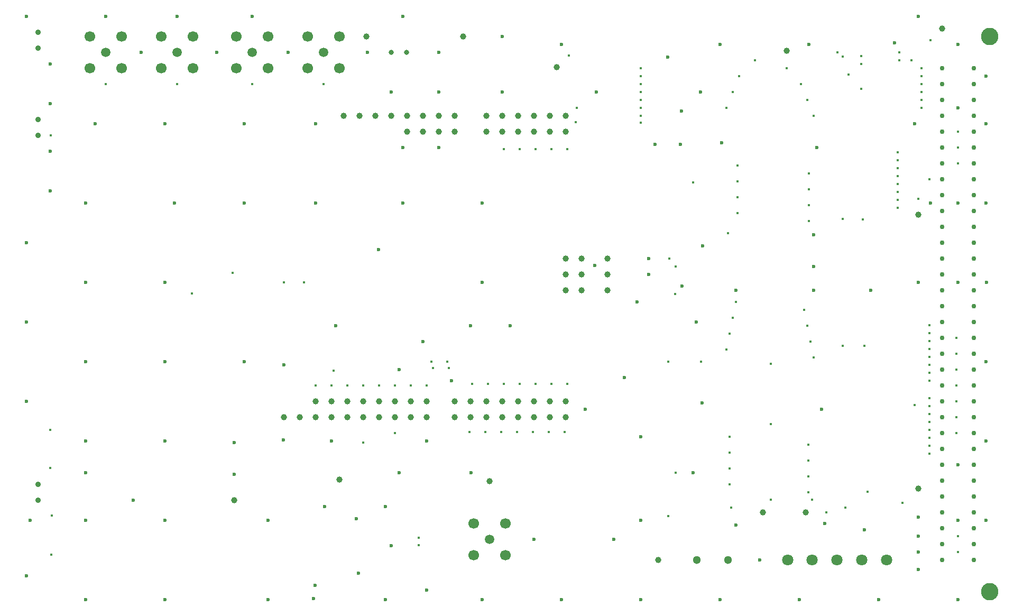
<source format=gbr>
%TF.GenerationSoftware,KiCad,Pcbnew,5.1.10-88a1d61d58~88~ubuntu18.04.1*%
%TF.CreationDate,2022-02-07T17:49:47+01:00*%
%TF.ProjectId,FPGA_buffer_board,46504741-5f62-4756-9666-65725f626f61,v1.4*%
%TF.SameCoordinates,Original*%
%TF.FileFunction,Plated,1,2,PTH,Drill*%
%TF.FilePolarity,Positive*%
%FSLAX46Y46*%
G04 Gerber Fmt 4.6, Leading zero omitted, Abs format (unit mm)*
G04 Created by KiCad (PCBNEW 5.1.10-88a1d61d58~88~ubuntu18.04.1) date 2022-02-07 17:49:47*
%MOMM*%
%LPD*%
G01*
G04 APERTURE LIST*
%TA.AperFunction,ViaDrill*%
%ADD10C,0.400000*%
%TD*%
%TA.AperFunction,ViaDrill*%
%ADD11C,0.600000*%
%TD*%
%TA.AperFunction,ComponentDrill*%
%ADD12C,0.762000*%
%TD*%
%TA.AperFunction,ComponentDrill*%
%ADD13C,0.800000*%
%TD*%
%TA.AperFunction,ComponentDrill*%
%ADD14C,0.900000*%
%TD*%
%TA.AperFunction,ComponentDrill*%
%ADD15C,1.000000*%
%TD*%
%TA.AperFunction,ComponentDrill*%
%ADD16C,1.300000*%
%TD*%
%TA.AperFunction,ComponentDrill*%
%ADD17C,1.500000*%
%TD*%
%TA.AperFunction,ComponentDrill*%
%ADD18C,1.700000*%
%TD*%
%TA.AperFunction,ComponentDrill*%
%ADD19C,1.800000*%
%TD*%
%TA.AperFunction,ComponentDrill*%
%ADD20C,2.800000*%
%TD*%
G04 APERTURE END LIST*
D10*
X95885000Y-118872000D03*
X95948500Y-125031500D03*
X96012000Y-71755000D03*
X96075501Y-138874501D03*
X96139000Y-132588000D03*
X104775000Y-63500000D03*
X116205000Y-63500000D03*
X118618000Y-97028000D03*
X125095000Y-93726000D03*
X128270000Y-63500000D03*
X133350000Y-95250000D03*
X136525000Y-95250000D03*
X138430000Y-111760000D03*
X139700000Y-63500000D03*
X140970000Y-111760000D03*
X141292500Y-109405500D03*
X143510000Y-111760000D03*
X146050000Y-111760000D03*
X146050000Y-120904000D03*
X148590000Y-111760000D03*
X151130000Y-111760000D03*
X151130000Y-119380000D03*
X153670000Y-111760000D03*
X154940000Y-136144000D03*
X154940000Y-137313000D03*
X156210000Y-111760000D03*
X156985000Y-107950000D03*
X157226000Y-108966000D03*
X159512000Y-107950000D03*
X159766000Y-108950003D03*
X163068000Y-119253000D03*
X163449000Y-111506000D03*
X165608000Y-119253000D03*
X165989000Y-111506000D03*
X168148000Y-119253000D03*
X168529000Y-73914000D03*
X168529000Y-111506000D03*
X170688000Y-119253000D03*
X171069000Y-73914000D03*
X171069000Y-111506000D03*
X173228000Y-119253000D03*
X173609000Y-73914000D03*
X173609000Y-111506000D03*
X175768000Y-119253000D03*
X176149000Y-73914000D03*
X176149000Y-111506000D03*
X178308000Y-119253000D03*
X178689000Y-73914000D03*
X178689000Y-111506000D03*
X178943000Y-58928000D03*
X180086000Y-69596000D03*
X180213000Y-67310000D03*
X190500000Y-60960000D03*
X190500000Y-62230000D03*
X190500000Y-63500000D03*
X190500000Y-64770000D03*
X190500000Y-66040000D03*
X190500000Y-67310000D03*
X190500000Y-68580000D03*
X190500000Y-69723000D03*
X194926001Y-107968999D03*
X194926001Y-132733999D03*
X195072000Y-91440000D03*
X195961000Y-97155000D03*
X196088000Y-92710000D03*
X196088000Y-125730000D03*
X198882000Y-79248000D03*
X200152000Y-107950000D03*
X204216000Y-67310000D03*
X204216000Y-106045000D03*
X204470000Y-87406837D03*
X204724000Y-103505000D03*
X204724000Y-120015000D03*
X204724000Y-122555000D03*
X204724000Y-125095000D03*
X204724000Y-127635000D03*
X204978000Y-131318000D03*
X205232000Y-64770000D03*
X205232000Y-100965000D03*
X205740000Y-98425000D03*
X205994000Y-76581000D03*
X205994000Y-79121000D03*
X205994000Y-81661000D03*
X205994000Y-84201000D03*
X206248000Y-62230000D03*
X208788000Y-59690000D03*
X211328000Y-108331000D03*
X211328000Y-117983000D03*
X211328000Y-130048000D03*
X213868000Y-60960000D03*
X216154000Y-63500000D03*
X216662000Y-99695000D03*
X217170000Y-66040000D03*
X217170000Y-102235000D03*
X217297000Y-121285000D03*
X217297000Y-123825000D03*
X217297000Y-126365000D03*
X217297000Y-128905000D03*
X217424000Y-77851000D03*
X217424000Y-80391000D03*
X217424000Y-82931000D03*
X217424000Y-85471000D03*
X217678000Y-104775000D03*
X217932000Y-130048000D03*
X218186000Y-68580000D03*
X218186000Y-107315000D03*
X220218000Y-132080000D03*
X221996000Y-58420000D03*
X222821001Y-59118001D03*
X222821001Y-85153001D03*
X222821001Y-105473999D03*
X223266000Y-131318000D03*
X223774000Y-61976000D03*
X225806000Y-59055000D03*
X225806000Y-60325000D03*
X225806000Y-64262000D03*
X226060000Y-85209998D03*
X226314000Y-105410000D03*
X226822000Y-128778000D03*
X231648000Y-74422000D03*
X231648000Y-75692000D03*
X231648000Y-76962000D03*
X231648000Y-78232000D03*
X231648000Y-79502000D03*
X231648000Y-80772000D03*
X231648000Y-82042000D03*
X231648000Y-83312000D03*
X231902000Y-58420000D03*
X231902000Y-59690000D03*
X232410000Y-130556000D03*
X233807000Y-59690000D03*
X234315000Y-114935000D03*
X234950000Y-81915000D03*
X235417992Y-61000008D03*
X235458000Y-62230000D03*
X235458000Y-63500000D03*
X235458000Y-64770000D03*
X235458000Y-66040000D03*
X235458000Y-67310000D03*
X236728000Y-78740000D03*
X236728000Y-102108000D03*
X236728000Y-103378000D03*
X236728000Y-104648000D03*
X236728000Y-105918000D03*
X236728000Y-107188000D03*
X236728000Y-108458000D03*
X236728000Y-109728000D03*
X236728000Y-110998000D03*
X236728000Y-113792000D03*
X236728000Y-115062000D03*
X236728000Y-116332000D03*
X236728000Y-117602000D03*
X236728000Y-118872000D03*
X236728000Y-120142000D03*
X236728000Y-121412000D03*
X236728000Y-122682000D03*
X236855000Y-56515000D03*
X241046000Y-104140000D03*
X241046000Y-106680000D03*
X241046000Y-109220000D03*
X241046000Y-111760000D03*
X241046000Y-114300000D03*
X241046000Y-116840000D03*
X241046000Y-119380000D03*
X241300000Y-71120000D03*
X241300000Y-73660000D03*
X241300000Y-76200000D03*
X241300000Y-135890000D03*
X241300000Y-138430000D03*
D11*
X92075000Y-52705000D03*
X92075000Y-88900000D03*
X92075000Y-101600000D03*
X92075000Y-114300000D03*
X92075000Y-142240000D03*
X92710000Y-133350000D03*
X95885000Y-60325000D03*
X95885000Y-66675000D03*
X95885000Y-74295000D03*
X95885000Y-80645000D03*
X101600000Y-82550000D03*
X101600000Y-95250000D03*
X101600000Y-107950000D03*
X101600000Y-120650000D03*
X101600000Y-125730000D03*
X101600000Y-133350000D03*
X101600000Y-146050000D03*
X103124000Y-69850000D03*
X104775000Y-52705000D03*
X109220000Y-130175000D03*
X110490000Y-58420000D03*
X114300000Y-69850000D03*
X114300000Y-95250000D03*
X114300000Y-107950000D03*
X114300000Y-120650000D03*
X114300000Y-133350000D03*
X114300000Y-146050000D03*
X115824000Y-82550000D03*
X116205000Y-52705000D03*
X122555000Y-58420000D03*
X125349000Y-120904000D03*
X125349000Y-125984000D03*
X127000000Y-69850000D03*
X127000000Y-82550000D03*
X127000000Y-107950000D03*
X128270000Y-52705000D03*
X130810000Y-133350000D03*
X130810000Y-146050000D03*
X133223000Y-120523000D03*
X133350000Y-108458000D03*
X133985000Y-58420000D03*
X138049000Y-145923000D03*
X138303000Y-143764000D03*
X138430000Y-69850000D03*
X138430000Y-82550000D03*
X139827000Y-131191000D03*
X140970000Y-120650000D03*
X141605000Y-102235000D03*
X144917500Y-133106500D03*
X145288000Y-141859000D03*
X146685000Y-58420000D03*
X148459999Y-90039999D03*
X149606000Y-131191000D03*
X149606000Y-146050000D03*
X150495000Y-64770000D03*
X150495000Y-137414000D03*
X151765000Y-109220000D03*
X151765000Y-125730000D03*
X152400000Y-52705000D03*
X152400000Y-73660000D03*
X152400000Y-82550000D03*
X155575000Y-104775000D03*
X156210000Y-120650000D03*
X156210000Y-144526000D03*
X158115000Y-58420000D03*
X158115000Y-64770000D03*
X158115000Y-73660000D03*
X160147000Y-110998000D03*
X163195000Y-102235000D03*
X163322000Y-125730000D03*
X165100000Y-82550000D03*
X165100000Y-95250000D03*
X165100000Y-146050000D03*
X168275000Y-55880000D03*
X168275000Y-64770000D03*
X169545000Y-102235000D03*
X173355000Y-136398000D03*
X177800000Y-57150000D03*
X177800000Y-146050000D03*
X181610000Y-115570000D03*
X183134000Y-92583000D03*
X183388000Y-64770000D03*
X186182000Y-136398000D03*
X187833000Y-110490000D03*
X189865000Y-98425000D03*
X190500000Y-120015000D03*
X190500000Y-133350000D03*
X190500000Y-146050000D03*
X191770000Y-91440000D03*
X191770000Y-93980000D03*
X192786000Y-73152000D03*
X194818000Y-59182000D03*
X196850000Y-73152000D03*
X196977000Y-67818000D03*
X197104000Y-95885000D03*
X198882000Y-125730000D03*
X199390000Y-101600000D03*
X200025000Y-64770000D03*
X200279000Y-114554000D03*
X200406000Y-89408000D03*
X203200000Y-57150000D03*
X203200000Y-146050000D03*
X203454000Y-72898000D03*
X205740000Y-96520000D03*
X205740000Y-134112000D03*
X209550000Y-139700000D03*
X215900000Y-146050000D03*
X217424000Y-57150000D03*
X218186000Y-87630000D03*
X218186000Y-92710000D03*
X218186000Y-96520000D03*
X218694000Y-73660000D03*
X219456000Y-115570000D03*
X219964000Y-133858000D03*
X226314000Y-134874000D03*
X227330000Y-96520000D03*
X228600000Y-146050000D03*
X231140000Y-56896000D03*
X234315000Y-69850000D03*
X234950000Y-52705000D03*
X234950000Y-95250000D03*
X234950000Y-132842000D03*
X234950000Y-135890000D03*
X234950000Y-138430000D03*
X234950000Y-141224000D03*
X236855000Y-82550000D03*
X241300000Y-57150000D03*
X241300000Y-67310000D03*
X241300000Y-82550000D03*
X241300000Y-95250000D03*
X241300000Y-124460000D03*
X241300000Y-133350000D03*
X241300000Y-146050000D03*
X245745000Y-62230000D03*
X245745000Y-69850000D03*
X245745000Y-82550000D03*
X245745000Y-107950000D03*
X245745000Y-120650000D03*
X245745000Y-133350000D03*
X245872000Y-95250000D03*
D12*
%TO.C,J14*%
X238760000Y-60960000D03*
X238760000Y-63500000D03*
X238760000Y-66040000D03*
X238760000Y-68580000D03*
X238760000Y-71120000D03*
X238760000Y-73660000D03*
X238760000Y-76200000D03*
X238760000Y-78740000D03*
X238760000Y-81280000D03*
X238760000Y-83820000D03*
X238760000Y-86360000D03*
X238760000Y-88900000D03*
X238760000Y-91440000D03*
X238760000Y-93980000D03*
X238760000Y-96520000D03*
X238760000Y-99060000D03*
X238760000Y-101600000D03*
X238760000Y-104140000D03*
X238760000Y-106680000D03*
X238760000Y-109220000D03*
X238760000Y-111760000D03*
X238760000Y-114300000D03*
X238760000Y-116840000D03*
X238760000Y-119380000D03*
X238760000Y-121920000D03*
X238760000Y-124460000D03*
X238760000Y-127000000D03*
X238760000Y-129540000D03*
X238760000Y-132080000D03*
X238760000Y-134620000D03*
X238760000Y-137160000D03*
X238760000Y-139700000D03*
X243840000Y-60960000D03*
X243840000Y-63500000D03*
X243840000Y-66040000D03*
X243840000Y-68580000D03*
X243840000Y-71120000D03*
X243840000Y-73660000D03*
X243840000Y-76200000D03*
X243840000Y-78740000D03*
X243840000Y-81280000D03*
X243840000Y-83820000D03*
X243840000Y-86360000D03*
X243840000Y-88900000D03*
X243840000Y-91440000D03*
X243840000Y-93980000D03*
X243840000Y-96520000D03*
X243840000Y-99060000D03*
X243840000Y-101600000D03*
X243840000Y-104140000D03*
X243840000Y-106680000D03*
X243840000Y-109220000D03*
X243840000Y-111760000D03*
X243840000Y-114300000D03*
X243840000Y-116840000D03*
X243840000Y-119380000D03*
X243840000Y-121920000D03*
X243840000Y-124460000D03*
X243840000Y-127000000D03*
X243840000Y-129540000D03*
X243840000Y-132080000D03*
X243840000Y-134620000D03*
X243840000Y-137160000D03*
X243840000Y-139700000D03*
D13*
%TO.C,C1*%
X150495000Y-58420000D03*
X152995000Y-58420000D03*
D14*
%TO.C,D1*%
X93980000Y-55245000D03*
X93980000Y-57785000D03*
%TO.C,D2*%
X93980000Y-69215000D03*
X93980000Y-71755000D03*
%TO.C,D3*%
X93980000Y-127635000D03*
X93980000Y-130175000D03*
D15*
%TO.C,TP4*%
X125349000Y-130175000D03*
%TO.C,J3*%
X133350000Y-116840000D03*
X135890000Y-116840000D03*
%TO.C,J4*%
X138430000Y-114300000D03*
X138430000Y-116840000D03*
X140970000Y-114300000D03*
X140970000Y-116840000D03*
%TO.C,TP13*%
X142240000Y-126873000D03*
%TO.C,J5*%
X142875000Y-68580000D03*
%TO.C,J4*%
X143510000Y-114300000D03*
X143510000Y-116840000D03*
%TO.C,J5*%
X145415000Y-68580000D03*
%TO.C,J4*%
X146050000Y-114300000D03*
X146050000Y-116840000D03*
%TO.C,TP2*%
X146558000Y-55880000D03*
%TO.C,J5*%
X147955000Y-68580000D03*
%TO.C,J4*%
X148590000Y-114300000D03*
X148590000Y-116840000D03*
%TO.C,J5*%
X150495000Y-68580000D03*
%TO.C,J4*%
X151130000Y-114300000D03*
X151130000Y-116840000D03*
%TO.C,J5*%
X153035000Y-68580000D03*
%TO.C,J6*%
X153035000Y-71120000D03*
%TO.C,J4*%
X153670000Y-114300000D03*
X153670000Y-116840000D03*
%TO.C,J5*%
X155575000Y-68580000D03*
%TO.C,J6*%
X155575000Y-71120000D03*
%TO.C,J4*%
X156210000Y-114300000D03*
X156210000Y-116840000D03*
%TO.C,J5*%
X158115000Y-68580000D03*
%TO.C,J6*%
X158115000Y-71120000D03*
%TO.C,J5*%
X160655000Y-68580000D03*
%TO.C,J6*%
X160655000Y-71120000D03*
%TO.C,J8*%
X160655000Y-114300000D03*
X160655000Y-116840000D03*
%TO.C,TP5*%
X162052000Y-55880000D03*
%TO.C,J8*%
X163195000Y-114300000D03*
X163195000Y-116840000D03*
%TO.C,J9*%
X165735000Y-68580000D03*
X165735000Y-71120000D03*
%TO.C,J8*%
X165735000Y-114300000D03*
X165735000Y-116840000D03*
%TO.C,TP3*%
X166243000Y-127127000D03*
%TO.C,J9*%
X168275000Y-68580000D03*
X168275000Y-71120000D03*
%TO.C,J8*%
X168275000Y-114300000D03*
X168275000Y-116840000D03*
%TO.C,J9*%
X170815000Y-68580000D03*
X170815000Y-71120000D03*
%TO.C,J8*%
X170815000Y-114300000D03*
X170815000Y-116840000D03*
%TO.C,J9*%
X173355000Y-68580000D03*
X173355000Y-71120000D03*
%TO.C,J8*%
X173355000Y-114300000D03*
X173355000Y-116840000D03*
%TO.C,J9*%
X175895000Y-68580000D03*
X175895000Y-71120000D03*
%TO.C,J8*%
X175895000Y-114300000D03*
X175895000Y-116840000D03*
%TO.C,TP10*%
X177038000Y-60833000D03*
%TO.C,J9*%
X178435000Y-68580000D03*
X178435000Y-71120000D03*
%TO.C,J7*%
X178435000Y-91440000D03*
X178435000Y-93980000D03*
X178435000Y-96520000D03*
%TO.C,J8*%
X178435000Y-114300000D03*
X178435000Y-116840000D03*
%TO.C,J7*%
X180975000Y-91440000D03*
X180975000Y-93980000D03*
X180975000Y-96520000D03*
%TO.C,J12*%
X185166000Y-91440000D03*
X185166000Y-93980000D03*
X185166000Y-96520000D03*
%TO.C,TP1*%
X193294000Y-139700000D03*
%TO.C,TP12*%
X210058000Y-132080000D03*
%TO.C,TP11*%
X213868000Y-58166000D03*
%TO.C,TP9*%
X216916000Y-132080000D03*
%TO.C,TP7*%
X234950000Y-84455000D03*
%TO.C,TP8*%
X234950000Y-128270000D03*
%TO.C,TP6*%
X238760000Y-54610000D03*
D16*
%TO.C,J1*%
X199470000Y-139700000D03*
X204470000Y-139700000D03*
D17*
%TO.C,J19*%
X104775000Y-58420000D03*
%TO.C,J20*%
X116205000Y-58420000D03*
%TO.C,J17*%
X128270000Y-58420000D03*
%TO.C,J16*%
X139700000Y-58420000D03*
%TO.C,J24*%
X166243000Y-136398000D03*
D18*
%TO.C,J19*%
X102235000Y-55880000D03*
X102235000Y-60960000D03*
X107315000Y-55880000D03*
X107315000Y-60960000D03*
%TO.C,J20*%
X113665000Y-55880000D03*
X113665000Y-60960000D03*
X118745000Y-55880000D03*
X118745000Y-60960000D03*
%TO.C,J17*%
X125730000Y-55880000D03*
X125730000Y-60960000D03*
X130810000Y-55880000D03*
X130810000Y-60960000D03*
%TO.C,J16*%
X137160000Y-55880000D03*
X137160000Y-60960000D03*
X142240000Y-55880000D03*
X142240000Y-60960000D03*
%TO.C,J24*%
X163703000Y-133858000D03*
X163703000Y-138938000D03*
X168783000Y-133858000D03*
X168783000Y-138938000D03*
D19*
%TO.C,J2*%
X213995000Y-139700000D03*
X217955000Y-139700000D03*
X221915000Y-139700000D03*
X225875000Y-139700000D03*
X229835000Y-139700000D03*
D20*
%TO.C,J14*%
X246380000Y-55880000D03*
X246380000Y-144780000D03*
M02*

</source>
